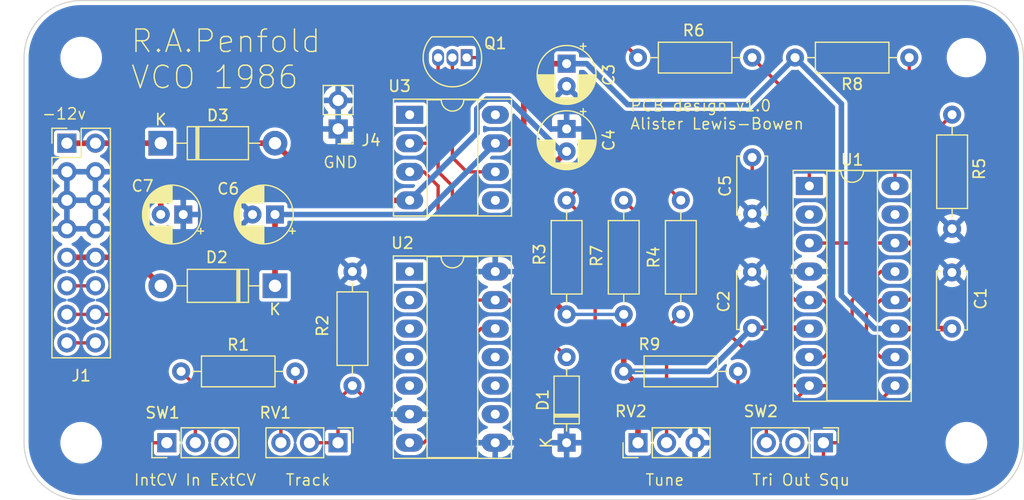
<source format=kicad_pcb>
(kicad_pcb (version 20221018) (generator pcbnew)
  (layers (0 "F.Cu" signal) (31 "B.Cu" power) (34 "B.Paste" user) (35 "F.Paste" user) (36 "B.SilkS" user "B.Silkscreen") (37 "F.SilkS" user "F.Silkscreen") (38 "B.Mask" user) (39 "F.Mask" user) (44 "Edge.Cuts" user))
  (net 0 "")
  (net 1 "+12V")
  (net 2 "GND")
  (net 3 "-12V")
  (net 4 "Net-(C5-Pad1)")
  (net 5 "Net-(D1-A)")
  (net 6 "Net-(D2-A)")
  (net 7 "Net-(D3-K)")
  (net 8 "+5V")
  (net 9 "CV Bus")
  (net 10 "Gate Bus")
  (net 11 "2")
  (net 12 "Net-(Q1-B)")
  (net 13 "Net-(SW1-B)")
  (net 14 "Net-(R1-Pad2)")
  (net 15 "Net-(U2E-B5)")
  (net 16 "Net-(U2C-E3)")
  (net 17 "Net-(R4-Pad2)")
  (net 18 "1")
  (net 19 "Net-(R6-Pad1)")
  (net 20 "Net-(SW2-C)")
  (net 21 "Net-(R8-Pad1)")
  (net 22 "Net-(SW2-A)")
  (net 23 "Net-(SW1-C)")
  (net 24 "4")
  (footprint "Resistor_THT:R_Axial_DIN0207_L6.3mm_D2.5mm_P10.16mm_Horizontal" (layer "F.Cu") (at 172.72 80.01 -90)
    (fp_text reference "R4" (at 5.08 2.413 90) (layer "F.SilkS"))
    (fp_text value "330k")
    (pad "1" thru_hole circle (at 0 0 270) (size 1.6 1.6) (drill 0.8) (layers "*.Cu" "*.Mask") (net 16 "Net-(U2C-E3)"))
    (pad "2" thru_hole oval (at 10.16 0 270) (size 1.6 1.6) (drill 0.8) (layers "*.Cu" "*.Mask") (net 17 "Net-(R4-Pad2)"))
  )
  (footprint "Package_DIP:DIP-8_W7.62mm_Socket_LongPads" (layer "F.Cu") (at 148.6 72.4)
    (fp_text reference "U3" (at -0.899 -2.55) (layer "F.SilkS"))
    (fp_text value "LM741")
    (pad "1" thru_hole rect (at 0 0) (size 2.4 1.6) (drill 0.8) (layers "*.Cu" "*.Mask"))
    (pad "2" thru_hole oval (at 0 2.54) (size 2.4 1.6) (drill 0.8) (layers "*.Cu" "*.Mask") (net 5 "Net-(D1-A)"))
    (pad "3" thru_hole oval (at 0 5.08) (size 2.4 1.6) (drill 0.8) (layers "*.Cu" "*.Mask") (net 16 "Net-(U2C-E3)"))
    (pad "4" thru_hole oval (at 0 7.62) (size 2.4 1.6) (drill 0.8) (layers "*.Cu" "*.Mask") (net 3 "-12V"))
    (pad "5" thru_hole oval (at 7.62 7.62) (size 2.4 1.6) (drill 0.8) (layers "*.Cu" "*.Mask"))
    (pad "6" thru_hole oval (at 7.62 5.08) (size 2.4 1.6) (drill 0.8) (layers "*.Cu" "*.Mask") (net 12 "Net-(Q1-B)"))
    (pad "7" thru_hole oval (at 7.62 2.54) (size 2.4 1.6) (drill 0.8) (layers "*.Cu" "*.Mask") (net 1 "+12V"))
    (pad "8" thru_hole oval (at 7.62 0) (size 2.4 1.6) (drill 0.8) (layers "*.Cu" "*.Mask"))
  )
  (footprint "Resistor_THT:R_Axial_DIN0207_L6.3mm_D2.5mm_P10.16mm_Horizontal" (layer "F.Cu") (at 193.04 67.31 180)
    (fp_text reference "R8" (at 5.08 -2.37) (layer "F.SilkS"))
    (fp_text value "15k")
    (pad "1" thru_hole circle (at 0 0 180) (size 1.6 1.6) (drill 0.8) (layers "*.Cu" "*.Mask") (net 21 "Net-(R8-Pad1)"))
    (pad "2" thru_hole oval (at 10.16 0 180) (size 1.6 1.6) (drill 0.8) (layers "*.Cu" "*.Mask") (net 1 "+12V"))
  )
  (footprint "Capacitor_THT:C_Disc_D5.0mm_W2.5mm_P5.00mm" (layer "F.Cu") (at 179.055 86.4 -90)
    (fp_text reference "C2" (at 2.627 2.525 90) (layer "F.SilkS"))
    (fp_text value "100nF")
    (pad "1" thru_hole circle (at 0 0 270) (size 1.6 1.6) (drill 0.8) (layers "*.Cu" "*.Mask") (net 2 "GND"))
    (pad "2" thru_hole circle (at 5 0 270) (size 1.6 1.6) (drill 0.8) (layers "*.Cu" "*.Mask") (net 3 "-12V"))
  )
  (footprint "Capacitor_THT:CP_Radial_D5.0mm_P2.00mm" (layer "F.Cu") (at 162.56 73.66 -90)
    (fp_text reference "C4" (at 1 -3.75 90) (layer "F.SilkS"))
    (fp_text value "22uF")
    (pad "1" thru_hole rect (at 0 0 270) (size 1.6 1.6) (drill 0.8) (layers "*.Cu" "*.Mask") (net 2 "GND"))
    (pad "2" thru_hole circle (at 2 0 270) (size 1.6 1.6) (drill 0.8) (layers "*.Cu" "*.Mask") (net 3 "-12V"))
  )
  (footprint "Resistor_THT:R_Axial_DIN0207_L6.3mm_D2.5mm_P10.16mm_Horizontal" (layer "F.Cu") (at 143.51 86.36 -90)
    (fp_text reference "R2" (at 4.826 2.667 90) (layer "F.SilkS"))
    (fp_text value "1k")
    (pad "1" thru_hole circle (at 0 0 270) (size 1.6 1.6) (drill 0.8) (layers "*.Cu" "*.Mask") (net 2 "GND"))
    (pad "2" thru_hole oval (at 10.16 0 270) (size 1.6 1.6) (drill 0.8) (layers "*.Cu" "*.Mask") (net 15 "Net-(U2E-B5)"))
  )
  (footprint "Package_DIP:DIP-14_W7.62mm_Socket_LongPads" (layer "F.Cu") (at 148.59 86.36)
    (fp_text reference "U2" (at -0.635 -2.54) (layer "F.SilkS"))
    (fp_text value "CA3046")
    (pad "1" thru_hole rect (at 0 0) (size 2.4 1.6) (drill 0.8) (layers "*.Cu" "*.Mask"))
    (pad "2" thru_hole oval (at 0 2.54) (size 2.4 1.6) (drill 0.8) (layers "*.Cu" "*.Mask"))
    (pad "3" thru_hole oval (at 0 5.08) (size 2.4 1.6) (drill 0.8) (layers "*.Cu" "*.Mask"))
    (pad "4" thru_hole oval (at 0 7.62) (size 2.4 1.6) (drill 0.8) (layers "*.Cu" "*.Mask"))
    (pad "5" thru_hole oval (at 0 10.16) (size 2.4 1.6) (drill 0.8) (layers "*.Cu" "*.Mask"))
    (pad "6" thru_hole oval (at 0 12.7) (size 2.4 1.6) (drill 0.8) (layers "*.Cu" "*.Mask") (net 2 "GND"))
    (pad "7" thru_hole oval (at 0 15.24) (size 2.4 1.6) (drill 0.8) (layers "*.Cu" "*.Mask") (net 16 "Net-(U2C-E3)"))
    (pad "8" thru_hole oval (at 7.62 15.24) (size 2.4 1.6) (drill 0.8) (layers "*.Cu" "*.Mask") (net 2 "GND"))
    (pad "9" thru_hole oval (at 7.62 12.7) (size 2.4 1.6) (drill 0.8) (layers "*.Cu" "*.Mask"))
    (pad "10" thru_hole oval (at 7.62 10.16) (size 2.4 1.6) (drill 0.8) (layers "*.Cu" "*.Mask"))
    (pad "11" thru_hole oval (at 7.62 7.62) (size 2.4 1.6) (drill 0.8) (layers "*.Cu" "*.Mask"))
    (pad "12" thru_hole oval (at 7.62 5.08) (size 2.4 1.6) (drill 0.8) (layers "*.Cu" "*.Mask") (net 15 "Net-(U2E-B5)"))
    (pad "13" thru_hole oval (at 7.62 2.54) (size 2.4 1.6) (drill 0.8) (layers "*.Cu" "*.Mask") (net 5 "Net-(D1-A)"))
    (pad "14" thru_hole oval (at 7.62 0) (size 2.4 1.6) (drill 0.8) (layers "*.Cu" "*.Mask") (net 2 "GND"))
  )
  (footprint "Connector_PinHeader_2.54mm:PinHeader_1x02_P2.54mm_Vertical" (layer "F.Cu") (at 142.24 73.66 180)
    (fp_text reference "J4" (at -2.921 -1.016) (layer "F.SilkS"))
    (fp_text value "GND")
    (pad "1" thru_hole rect (at 0 0 180) (size 1.7 1.7) (drill 1) (layers "*.Cu" "*.Mask") (net 2 "GND"))
    (pad "2" thru_hole oval (at 0 2.54 180) (size 1.7 1.7) (drill 1) (layers "*.Cu" "*.Mask") (net 2 "GND"))
  )
  (footprint "Connector_PinHeader_2.54mm:PinHeader_1x03_P2.54mm_Vertical" (layer "F.Cu") (at 127 101.6 90)
    (fp_text reference "SW1" (at 2.667 -0.381 180) (layer "F.SilkS"))
    (fp_text value "SW_SPDT")
    (pad "1" thru_hole rect (at 0 0 90) (size 1.7 1.7) (drill 1) (layers "*.Cu" "*.Mask") (net 9 "CV Bus"))
    (pad "2" thru_hole oval (at 0 2.54 90) (size 1.7 1.7) (drill 1) (layers "*.Cu" "*.Mask") (net 13 "Net-(SW1-B)"))
    (pad "3" thru_hole oval (at 0 5.08 90) (size 1.7 1.7) (drill 1) (layers "*.Cu" "*.Mask") (net 23 "Net-(SW1-C)"))
  )
  (footprint "Connector_PinHeader_2.54mm:PinHeader_1x03_P2.54mm_Vertical" (layer "F.Cu") (at 142.225 101.6 -90)
    (fp_text reference "RV1" (at -2.667 5.573 -180) (layer "F.SilkS"))
    (fp_text value "22k")
    (pad "1" thru_hole rect (at 0 0 270) (size 1.7 1.7) (drill 1) (layers "*.Cu" "*.Mask") (net 15 "Net-(U2E-B5)"))
    (pad "2" thru_hole oval (at 0 2.54 270) (size 1.7 1.7) (drill 1) (layers "*.Cu" "*.Mask") (net 15 "Net-(U2E-B5)"))
    (pad "3" thru_hole oval (at 0 5.08 270) (size 1.7 1.7) (drill 1) (layers "*.Cu" "*.Mask") (net 14 "Net-(R1-Pad2)"))
  )
  (footprint "MountingHole:MountingHole_3.2mm_M3" (layer "F.Cu") (at 119.38 101.6)
    (fp_text reference "H1" hide)
    (fp_text value "MountingHole")
    (pad "" np_thru_hole circle (at 0 0) (size 3.2 3.2) (drill 3.2) (layers "*.Cu" "*.Mask"))
  )
  (footprint "Connector_PinHeader_2.54mm:PinHeader_1x03_P2.54mm_Vertical" (layer "F.Cu") (at 168.91 101.6 90)
    (fp_text reference "RV2" (at 2.794 -0.635 180) (layer "F.SilkS"))
    (fp_text value "47k")
    (pad "1" thru_hole rect (at 0 0 90) (size 1.7 1.7) (drill 1) (layers "*.Cu" "*.Mask") (net 3 "-12V"))
    (pad "2" thru_hole oval (at 0 2.54 90) (size 1.7 1.7) (drill 1) (layers "*.Cu" "*.Mask") (net 17 "Net-(R4-Pad2)"))
    (pad "3" thru_hole oval (at 0 5.08 90) (size 1.7 1.7) (drill 1) (layers "*.Cu" "*.Mask") (net 2 "GND"))
  )
  (footprint "Package_DIP:DIP-16_W7.62mm_Socket_LongPads" (layer "F.Cu") (at 184.15 78.74)
    (fp_text reference "U1" (at 3.81 -2.33) (layer "F.SilkS"))
    (fp_text value "LM13600")
    (pad "1" thru_hole rect (at 0 0) (size 2.4 1.6) (drill 0.8) (layers "*.Cu" "*.Mask") (net 19 "Net-(R6-Pad1)"))
    (pad "2" thru_hole oval (at 0 2.54) (size 2.4 1.6) (drill 0.8) (layers "*.Cu" "*.Mask"))
    (pad "3" thru_hole oval (at 0 5.08) (size 2.4 1.6) (drill 0.8) (layers "*.Cu" "*.Mask") (net 18 "1"))
    (pad "4" thru_hole oval (at 0 7.62) (size 2.4 1.6) (drill 0.8) (layers "*.Cu" "*.Mask") (net 2 "GND"))
    (pad "5" thru_hole oval (at 0 10.16) (size 2.4 1.6) (drill 0.8) (layers "*.Cu" "*.Mask") (net 4 "Net-(C5-Pad1)"))
    (pad "6" thru_hole oval (at 0 12.7) (size 2.4 1.6) (drill 0.8) (layers "*.Cu" "*.Mask") (net 3 "-12V"))
    (pad "7" thru_hole oval (at 0 15.24) (size 2.4 1.6) (drill 0.8) (layers "*.Cu" "*.Mask") (net 4 "Net-(C5-Pad1)"))
    (pad "8" thru_hole oval (at 0 17.78) (size 2.4 1.6) (drill 0.8) (layers "*.Cu" "*.Mask") (net 20 "Net-(SW2-C)"))
    (pad "9" thru_hole oval (at 7.62 17.78) (size 2.4 1.6) (drill 0.8) (layers "*.Cu" "*.Mask") (net 22 "Net-(SW2-A)"))
    (pad "10" thru_hole oval (at 7.62 15.24) (size 2.4 1.6) (drill 0.8) (layers "*.Cu" "*.Mask") (net 18 "1"))
    (pad "11" thru_hole oval (at 7.62 12.7) (size 2.4 1.6) (drill 0.8) (layers "*.Cu" "*.Mask") (net 1 "+12V"))
    (pad "12" thru_hole oval (at 7.62 10.16) (size 2.4 1.6) (drill 0.8) (layers "*.Cu" "*.Mask") (net 18 "1"))
    (pad "13" thru_hole oval (at 7.62 7.62) (size 2.4 1.6) (drill 0.8) (layers "*.Cu" "*.Mask") (net 20 "Net-(SW2-C)"))
    (pad "14" thru_hole oval (at 7.62 5.08) (size 2.4 1.6) (drill 0.8) (layers "*.Cu" "*.Mask") (net 18 "1"))
    (pad "15" thru_hole oval (at 7.62 2.54) (size 2.4 1.6) (drill 0.8) (layers "*.Cu" "*.Mask"))
    (pad "16" thru_hole oval (at 7.62 0) (size 2.4 1.6) (drill 0.8) (layers "*.Cu" "*.Mask") (net 21 "Net-(R8-Pad1)"))
  )
  (footprint "Package_TO_SOT_THT:TO-92_Inline" (layer "F.Cu") (at 153.67 67.31 180)
    (fp_text reference "Q1" (at -2.54 1.27) (layer "F.SilkS"))
    (fp_text value "BC559")
    (pad "1" thru_hole rect (at 0 0 180) (size 1.05 1.5) (drill 0.75) (layers "*.Cu" "*.Mask") (net 11 "2"))
    (pad "2" thru_hole oval (at 1.27 0 180) (size 1.05 1.5) (drill 0.75) (layers "*.Cu" "*.Mask") (net 12 "Net-(Q1-B)"))
    (pad "3" thru_hole oval (at 2.54 0 180) (size 1.05 1.5) (drill 0.75) (layers "*.Cu" "*.Mask") (net 5 "Net-(D1-A)"))
  )
  (footprint "Resistor_THT:R_Axial_DIN0207_L6.3mm_D2.5mm_P10.16mm_Horizontal" (layer "F.Cu") (at 196.85 82.55 90)
    (fp_text reference "R5" (at 5.334 2.413 90) (layer "F.SilkS"))
    (fp_text value "1k")
    (pad "1" thru_hole circle (at 0 0 90) (size 1.6 1.6) (drill 0.8) (layers "*.Cu" "*.Mask") (net 2 "GND"))
    (pad "2" thru_hole oval (at 10.16 0 90) (size 1.6 1.6) (drill 0.8) (layers "*.Cu" "*.Mask") (net 18 "1"))
  )
  (footprint "MountingHole:MountingHole_3mm" (layer "F.Cu") (at 198.12 67.31)
    (fp_text reference "H3" hide)
    (fp_text value "MountingHole")
    (pad "" np_thru_hole circle (at 0 0) (size 3 3) (drill 3) (layers "*.Cu" "*.Mask"))
  )
  (footprint "Resistor_THT:R_Axial_DIN0207_L6.3mm_D2.5mm_P10.16mm_Horizontal" (layer "F.Cu") (at 167.64 80.01 -90)
    (fp_text reference "R7" (at 4.953 2.413 90) (layer "F.SilkS"))
    (fp_text value "4.7k")
    (pad "1" thru_hole circle (at 0 0 270) (size 1.6 1.6) (drill 0.8) (layers "*.Cu" "*.Mask") (net 20 "Net-(SW2-C)"))
    (pad "2" thru_hole oval (at 10.16 0 270) (size 1.6 1.6) (drill 0.8) (layers "*.Cu" "*.Mask") (net 3 "-12V"))
  )
  (footprint "Resistor_THT:R_Axial_DIN0207_L6.3mm_D2.5mm_P10.16mm_Horizontal" (layer "F.Cu") (at 128.27 95.25)
    (fp_text reference "R1" (at 5.08 -2.37) (layer "F.SilkS"))
    (fp_text value "47k")
    (pad "1" thru_hole circle (at 0 0) (size 1.6 1.6) (drill 0.8) (layers "*.Cu" "*.Mask") (net 13 "Net-(SW1-B)"))
    (pad "2" thru_hole oval (at 10.16 0) (size 1.6 1.6) (drill 0.8) (layers "*.Cu" "*.Mask") (net 14 "Net-(R1-Pad2)"))
  )
  (footprint "Diode_THT:D_DO-35_SOD27_P7.62mm_Horizontal" (layer "F.Cu") (at 162.56 101.6 90)
    (fp_text reference "D1" (at 3.81 -2.12 90) (layer "F.SilkS"))
    (fp_text value "1N4148")
    (fp_text user "K" (at 0 -1.8 90) (layer "F.SilkS"))
    (pad "1" thru_hole rect (at 0 0 90) (size 1.6 1.6) (drill 0.8) (layers "*.Cu" "*.Mask") (net 2 "GND"))
    (pad "2" thru_hole oval (at 7.62 0 90) (size 1.6 1.6) (drill 0.8) (layers "*.Cu" "*.Mask") (net 5 "Net-(D1-A)"))
  )
  (footprint "MountingHole:MountingHole_3.2mm_M3" (layer "F.Cu") (at 198.12 101.6)
    (fp_text reference "H2" hide)
    (fp_text value "MountingHole")
    (pad "" np_thru_hole circle (at 0 0) (size 3.2 3.2) (drill 3.2) (layers "*.Cu" "*.Mask"))
  )
  (footprint "Capacitor_THT:CP_Radial_D5.0mm_P2.00mm" (layer "F.Cu") (at 128.46 81.28 180)
    (fp_text reference "C7" (at 3.619 2.54) (layer "F.SilkS"))
    (fp_text value "10uF")
    (pad "1" thru_hole rect (at 0 0 180) (size 1.6 1.6) (drill 0.8) (layers "*.Cu" "*.Mask") (net 2 "GND"))
    (pad "2" thru_hole circle (at 2 0 180) (size 1.6 1.6) (drill 0.8) (layers "*.Cu" "*.Mask") (net 3 "-12V"))
  )
  (footprint "Connector_PinHeader_2.54mm:PinHeader_1x03_P2.54mm_Vertical" (layer "F.Cu") (at 185.405 101.6 -90)
    (fp_text reference "SW2" (at -2.794 5.573 -180) (layer "F.SilkS"))
    (fp_text value "SW_SPDT")
    (pad "1" thru_hole rect (at 0 0 270) (size 1.7 1.7) (drill 1) (layers "*.Cu" "*.Mask") (net 22 "Net-(SW2-A)"))
    (pad "2" thru_hole oval (at 0 2.54 270) (size 1.7 1.7) (drill 1) (layers "*.Cu" "*.Mask") (net 24 "4"))
    (pad "3" thru_hole oval (at 0 5.08 270) (size 1.7 1.7) (drill 1) (layers "*.Cu" "*.Mask") (net 20 "Net-(SW2-C)"))
  )
  (footprint "Capacitor_THT:CP_Radial_D5.0mm_P2.00mm" (layer "F.Cu") (at 162.56 67.85 -90)
    (fp_text reference "C3" (at 1 -3.75 90) (layer "F.SilkS"))
    (fp_text value "22uF")
    (pad "1" thru_hole rect (at 0 0 270) (size 1.6 1.6) (drill 0.8) (layers "*.Cu" "*.Mask") (net 1 "+12V"))
    (pad "2" thru_hole circle (at 2 0 270) (size 1.6 1.6) (drill 0.8) (layers "*.Cu" "*.Mask") (net 2 "GND"))
  )
  (footprint "Capacitor_THT:CP_Radial_D5.0mm_P2.00mm" (layer "F.Cu") (at 136.62 81.28 180)
    (fp_text reference "C6" (at 4.159 2.286) (layer "F.SilkS"))
    (fp_text value "10uF")
    (pad "1" thru_hole rect (at 0 0 180) (size 1.6 1.6) (drill 0.8) (layers "*.Cu" "*.Mask") (net 1 "+12V"))
    (pad "2" thru_hole circle (at 2 0 180) (size 1.6 1.6) (drill 0.8) (layers "*.Cu" "*.Mask") (net 2 "GND"))
  )
  (footprint "Diode_THT:D_DO-41_SOD81_P10.16mm_Horizontal" (layer "F.Cu") (at 136.62 87.63 180)
    (fp_text reference "D2" (at 5.175 2.54) (layer "F.SilkS"))
    (fp_text value "1N4007")
    (fp_text user "K" (at 0 -2.1) (layer "F.SilkS"))
    (pad "1" thru_hole rect (at 0 0 180) (size 2.2 2.2) (drill 1.1) (layers "*.Cu" "*.Mask") (net 1 "+12V"))
    (pad "2" thru_hole oval (at 10.16 0 180) (size 2.2 2.2) (drill 1.1) (layers "*.Cu" "*.Mask") (net 6 "Net-(D2-A)"))
  )
  (footprint "Resistor_THT:R_Axial_DIN0207_L6.3mm_D2.5mm_P10.16mm_Horizontal" (layer "F.Cu") (at 162.56 80.01 -90)
    (fp_text reference "R3" (at 4.826 2.413 90) (layer "F.SilkS"))
    (fp_text value "10M")
    (pad "1" thru_hole circle (at 0 0 270) (size 1.6 1.6) (drill 0.8) (layers "*.Cu" "*.Mask") (net 16 "Net-(U2C-E3)"))
    (pad "2" thru_hole oval (at 10.16 0 270) (size 1.6 1.6) (drill 0.8) (layers "*.Cu" "*.Mask") (net 3 "-12V"))
  )
  (footprint "Connector_PinHeader_2.54mm:PinHeader_2x08_P2.54mm_Vertical" (layer "F.Cu") (at 118.11 74.93)
    (fp_text reference "J1" (at 1.27 20.701) (layer "F.SilkS"))
    (fp_text value "Eurorack style bus")
    (pad "1" thru_hole rect (at 0 0) (size 1.7 1.7) (drill 1) (layers "*.Cu" "*.Mask") (net 7 "Net-(D3-K)"))
    (pad "2" thru_hole oval (at 2.54 0) (size 1.7 1.7) (drill 1) (layers "*.Cu" "*.Mask") (net 7 "Net-(D3-K)"))
    (pad "3" thru_hole oval (at 0 2.54) (size 1.7 1.7) (drill 1) (layers "*.Cu" "*.Mask") (net 2 "GND"))
    (pad "4" thru_hole oval (at 2.54 2.54) (size 1.7 1.7) (drill 1) (layers "*.Cu" "*.Mask") (net 2 "GND"))
    (pad "5" thru_hole oval (at 0 5.08) (size 1.7 1.7) (drill 1) (layers "*.Cu" "*.Mask") (net 2 "GND"))
    (pad "6" thru_hole oval (at 2.54 5.08) (size 1.7 1.7) (drill 1) (layers "*.Cu" "*.Mask") (net 2 "GND"))
    (pad "7" thru_hole oval (at 0 7.62) (size 1.7 1.7) (drill 1) (layers "*.Cu" "*.Mask") (net 2 "GND"))
    (pad "8" thru_hole oval (at 2.54 7.62) (size 1.7 1.7) (drill 1) (layers "*.Cu" "*.Mask") (net 2 "GND"))
    (pad "9" thru_hole oval (at 0 10.16) (size 1.7 1.7) (drill 1) (layers "*.Cu" "*.Mask") (net 6 "Net-(D2-A)"))
    (pad "10" thru_hole oval (at 2.54 10.16) (size 1.7 1.7) (drill 1) (layers "*.Cu" "*.Mask") (net 6 "Net-(D2-A)"))
    (pad "11" thru_hole oval (at 0 12.7) (size 1.7 1.7) (drill 1) (layers "*.Cu" "*.Mask") (net 8 "+5V"))
    (pad "12" thru_hole oval (at 2.54 12.7) (size 1.7 1.7) (drill 1) (layers "*.Cu" "*.Mask") (net 8 "+5V"))
    (pad "13" thru_hole oval (at 0 15.24) (size 1.7 1.7) (drill 1) (layers "*.Cu" "*.Mask") (net 9 "CV Bus"))
    (pad "14" thru_hole oval (at 2.54 15.24) (size 1.7 1.7) (drill 1) (layers "*.Cu" "*.Mask") (net 9 "CV Bus"))
    (pad "15" thru_hole oval (at 0 17.78) (size 1.7 1.7) (drill 1) (layers "*.Cu" "*.Mask") (net 10 "Gate Bus"))
    (pad "16" thru_hole oval (at 2.54 17.78) (size 1.7 1.7) (drill 1) (layers "*.Cu" "*.Mask") (net 10 "Gate Bus"))
  )
  (footprint "Diode_THT:D_DO-41_SOD81_P10.16mm_Horizontal" (layer "F.Cu") (at 126.46 74.93)
    (fp_text reference "D3" (at 5.08 -2.47) (layer "F.SilkS"))
    (fp_text value "1N4007")
    (fp_text user "K" (at 0 -2.1) (layer "F.SilkS"))
    (pad "1" thru_hole rect (at 0 0) (size 2.2 2.2) (drill 1.1) (layers "*.Cu" "*.Mask") (net 7 "Net-(D3-K)"))
    (pad "2" thru_hole oval (at 10.16 0) (size 2.2 2.2) (drill 1.1) (layers "*.Cu" "*.Mask") (net 3 "-12V"))
  )
  (footprint "Capacitor_THT:C_Disc_D5.0mm_W2.5mm_P5.00mm" (layer "F.Cu") (at 179.07 76.2 -90)
    (fp_text reference "C5" (at 2.54 2.413 90) (layer "F.SilkS"))
    (fp_text value "22nF")
    (pad "1" thru_hole circle (at 0 0 270) (size 1.6 1.6) (drill 0.8) (layers "*.Cu" "*.Mask") (net 4 "Net-(C5-Pad1)"))
    (pad "2" thru_hole circle (at 5 0 270) (size 1.6 1.6) (drill 0.8) (layers "*.Cu" "*.Mask") (net 2 "GND"))
  )
  (footprint "MountingHole:MountingHole_3.2mm_M3" (layer "F.Cu") (at 119.38 67.31)
    (fp_text reference "H4" hide)
    (fp_text value "MountingHole")
    (pad "" np_thru_hole circle (at 0 0) (size 3.2 3.2) (drill 3.2) (layers "*.Cu" "*.Mask"))
  )
  (footprint "Resistor_THT:R_Axial_DIN0207_L6.3mm_D2.5mm_P10.16mm_Horizontal" (layer "F.Cu") (at 179.07 67.31 180)
    (fp_text reference "R6" (at 5.207 2.413) (layer "F.SilkS"))
    (fp_text value "10k")
    (pad "1" thru_hole circle (at 0 0 180) (size 1.6 1.6) (drill 0.8) (layers "*.Cu" "*.Mask") (net 19 "Net-(R6-Pad1)"))
    (pad "2" thru_hole oval (at 10.16 0 180) (size 1.6 1.6) (drill 0.8) (layers "*.Cu" "*.Mask") (net 11 "2"))
  )
  (footprint "Resistor_THT:R_Axial_DIN0207_L6.3mm_D2.5mm_P10.16mm_Horizontal" (layer "F.Cu") (at 177.8 95.25 180)
    (fp_text reference "R9" (at 7.874 2.413) (layer "F.SilkS"))
    (fp_text value "4.7k")
    (pad "1" thru_hole circle (at 0 0 180) (size 1.6 1.6) (drill 0.8) (layers "*.Cu" "*.Mask") (net 22 "Net-(SW2-A)"))
    (pad "2" thru_hole oval (at 10.16 0 180) (size 1.6 1.6) (drill 0.8) (layers "*.Cu" "*.Mask") (net 3 "-12V"))
  )
  (footprint "Capacitor_THT:C_Disc_D5.0mm_W2.5mm_P5.00mm" (layer "F.Cu") (at 196.835 91.44 90)
    (fp_text reference "C1" (at 2.667 2.555 90) (layer "F.SilkS"))
    (fp_text value "100nF")
    (pad "1" thru_hole circle (at 0 0 90) (size 1.6 1.6) (drill 0.8) (layers "*.Cu" "*.Mask") (net 1 "+12V"))
    (pad "2" thru_hole circle (at 5 0 90) (size 1.6 1.6) (drill 0.8) (layers "*.Cu" "*.Mask") (net 2 "GND"))
  )
  (gr_line (start 119.38 62.23) (end 198.12 62.23) (stroke (width 0.1)) (layer "Edge.Cuts"))
  (gr_arc (start 198.12 62.23) (mid 201.712102 63.717898) (end 203.2 67.31) (stroke (width 0.1)) (layer "Edge.Cuts"))
  (gr_line (start 198.12 106.68) (end 119.38 106.68) (stroke (width 0.1)) (layer "Edge.Cuts"))
  (gr_arc (start 114.3 67.31) (mid 115.787898 63.717898) (end 119.38 62.23) (stroke (width 0.1)) (layer "Edge.Cuts"))
  (gr_arc (start 203.2 101.6) (mid 201.712102 105.192102) (end 198.12 106.68) (stroke (width 0.1)) (layer "Edge.Cuts"))
  (gr_arc (start 119.38 106.68) (mid 115.787898 105.192102) (end 114.3 101.6) (stroke (width 0.1)) (layer "Edge.Cuts"))
  (gr_line (start 203.2 67.31) (end 203.2 101.6) (stroke (width 0.1)) (layer "Edge.Cuts"))
  (gr_line (start 114.3 101.6) (end 114.3 67.31) (stroke (width 0.1)) (layer "Edge.Cuts"))
  (gr_text "R.A.Penfold\nVCO 1986" (at 123.698 70.231) (layer "F.SilkS") (effects (font (size 2 2) (thickness 0.125)) (justify left bottom)))
  (gr_text "IntCV In ExtCV" (at 124 105.5) (layer "F.SilkS") (effects (font (size 1 1) (thickness 0.125)) (justify left bottom)))
  (gr_text "-12v" (at 115.824 72.898) (layer "F.SilkS") (effects (font (size 1 1) (thickness 0.125)) (justify left bottom)))
  (gr_text "PCB design v1.0\nAlister Lewis-Bowen" (at 168.148 73.787) (layer "F.SilkS") (effects (font (size 1 1) (thickness 0.125)) (justify left bottom)))
  (gr_text "GND" (at 140.843 77.216) (layer "F.SilkS") (effects (font (size 1 1) (thickness 0.125)) (justify left bottom)))
  (gr_text "Track" (at 137.5 105.5) (layer "F.SilkS") (effects (font (size 1 1) (thickness 0.125)) (justify left bottom)))
  (gr_text "Tune" (at 169.5 105.5) (layer "F.SilkS") (effects (font (size 1 1) (thickness 0.125)) (justify left bottom)))
  (gr_text "Tri Out Squ" (at 179 105.5) (layer "F.SilkS") (effects (font (size 1 1) (thickness 0.125)) (justify left bottom)))
  (segment (start 196.835 91.44) (end 191.77 91.44) (width 0.5) (layer "F.Cu") (net 1))
  (segment (start 136.62 87.63) (end 136.62 81.28) (width 0.5) (layer "F.Cu") (net 1))
  (segment (start 160.75 67.85) (end 158.75 69.85) (width 0.5) (layer "F.Cu") (net 1))
  (segment (start 158.75 73.66) (end 157.47 74.94) (width 0.5) (layer "F.Cu") (net 1))
  (segment (start 158.75 69.85) (end 158.75 73.66) (width 0.5) (layer "F.Cu") (net 1))
  (segment (start 162.56 67.85) (end 160.75 67.85) (width 0.5) (layer "F.Cu") (net 1))
  (segment (start 157.47 74.94) (end 156.22 74.94) (width 0.5) (layer "F.Cu") (net 1))
  (segment (start 162.56 67.85) (end 164.35 67.85) (width 0.5) (layer "B.Cu") (net 1))
  (segment (start 187 71.43) (end 182.88 67.31) (width 0.5) (layer "B.Cu") (net 1))
  (segment (start 191.77 91.44) (end 189.94 91.44) (width 0.5) (layer "B.Cu") (net 1))
  (segment (start 178.69 71.5) (end 182.88 67.31) (width 0.5) (layer "B.Cu") (net 1))
  (segment (start 187 88.5) (end 187 71.43) (width 0.5) (layer "B.Cu") (net 1))
  (segment (start 168 71.5) (end 178.69 71.5) (width 0.5) (layer "B.Cu") (net 1))
  (segment (start 164.35 67.85) (end 168 71.5) (width 0.5) (layer "B.Cu") (net 1))
  (segment (start 149.88 81.28) (end 136.62 81.28) (width 0.5) (layer "B.Cu") (net 1))
  (segment (start 156.22 74.94) (end 149.88 81.28) (width 0.5) (layer "B.Cu") (net 1))
  (segment (start 189.94 91.44) (end 187 88.5) (width 0.5) (layer "B.Cu") (net 1))
  (segment (start 196.835 82.565) (end 196.85 82.55) (width 0.5) (layer "F.Cu") (net 2))
  (segment (start 184.11 86.4) (end 184.15 86.36) (width 0.5) (layer "F.Cu") (net 2))
  (segment (start 136.62 74.93) (end 141.71 80.02) (width 0.5) (layer "F.Cu") (net 3))
  (segment (start 162.56 75.66) (end 160.02 78.2) (width 0.5) (layer "F.Cu") (net 3))
  (segment (start 160.02 78.2) (end 160.02 87.63) (width 0.5) (layer "F.Cu") (net 3))
  (segment (start 131.67863 74.93) (end 126.46 80.14863) (width 0.5) (layer "F.Cu") (net 3))
  (segment (start 179.055 91.4) (end 184.11 91.4) (width 0.5) (layer "F.Cu") (net 3))
  (segment (start 126.46 80.14863) (end 126.46 81.28) (width 0.5) (layer "F.Cu") (net 3))
  (segment (start 141.71 80.02) (end 148.6 80.02) (width 0.5) (layer "F.Cu") (net 3))
  (segment (start 168.91 96.52) (end 167.64 95.25) (width 0.5) (layer "F.Cu") (net 3))
  (segment (start 184.11 91.4) (end 184.15 91.44) (width 0.5) (layer "F.Cu") (net 3))
  (segment (start 160.02 87.63) (end 162.56 90.17) (width 0.5) (layer "F.Cu") (net 3))
  (segment (start 168.91 101.6) (end 168.91 96.52) (width 0.5) (layer "F.Cu") (net 3))
  (segment (start 167.64 95.25) (end 167.64 90.17) (width 0.5) (layer "F.Cu") (net 3))
  (segment (start 136.62 74.93) (end 131.67863 74.93) (width 0.5) (layer "F.Cu") (net 3))
  (segment (start 179.055 91.4) (end 175.205 95.25) (width 0.5) (layer "B.Cu") (net 3))
  (segment (start 162.06 75.66) (end 162.56 75.66) (width 0.5) (layer "B.Cu") (net 3))
  (segment (start 175.205 95.25) (end 167.64 95.25) (width 0.5) (layer "B.Cu") (net 3))
  (segment (start 155.452233 71) (end 157.4 71) (width 0.5) (layer "B.Cu") (net 3))
  (segment (start 154.57 74.05) (end 154.57 71.882233) (width 0.5) (layer "B.Cu") (net 3))
  (segment (start 148.6 80.02) (end 154.57 74.05) (width 0.5) (layer "B.Cu") (net 3))
  (segment (start 157.4 71) (end 162.06 75.66) (width 0.5) (layer "B.Cu") (net 3))
  (segment (start 162.56 90.17) (end 167.64 90.17) (width 0.3) (layer "B.Cu") (net 3))
  (segment (start 154.57 71.882233) (end 155.452233 71) (width 0.5) (layer "B.Cu") (net 3))
  (segment (start 185.42 88.9) (end 184.15 88.9) (width 0.3) (layer "F.Cu") (net 4))
  (segment (start 186.69 92.71) (end 186.69 90.17) (width 0.3) (layer "F.Cu") (net 4))
  (segment (start 179.07 77.47) (end 179.07 76.2) (width 0.3) (layer "F.Cu") (net 4))
  (segment (start 184.15 93.98) (end 185.42 93.98) (width 0.3) (layer "F.Cu") (net 4))
  (segment (start 186.69 90.17) (end 185.42 88.9) (width 0.3) (layer "F.Cu") (net 4))
  (segment (start 185.42 93.98) (end 186.69 92.71) (width 0.3) (layer "F.Cu") (net 4))
  (segment (start 182.88 88.9) (end 181.61 87.63) (width 0.3) (layer "F.Cu") (net 4))
  (segment (start 181.61 87.63) (end 181.61 80.01) (width 0.3) (layer "F.Cu") (net 4))
  (segment (start 181.61 80.01) (end 179.07 77.47) (width 0.3) (layer "F.Cu") (net 4))
  (segment (start 184.15 88.9) (end 182.88 88.9) (width 0.3) (layer "F.Cu") (net 4))
  (segment (start 157.48 88.9) (end 162.56 93.98) (width 0.3) (layer "F.Cu") (net 5))
  (segment (start 151.13 67.31) (end 151.13 74.94) (width 0.3) (layer "F.Cu") (net 5))
  (segment (start 152.4 78.74) (end 151.13 77.47) (width 0.3) (layer "F.Cu") (net 5))
  (segment (start 156.21 88.9) (end 157.48 88.9) (width 0.3) (layer "F.Cu") (net 5))
  (segment (start 151.13 74.94) (end 148.6 74.94) (width 0.3) (layer "F.Cu") (net 5))
  (segment (start 148.6 74.94) (end 149 74.94) (width 0.5) (layer "F.Cu") (net 5))
  (segment (start 151.13 77.47) (end 151.13 74.94) (width 0.3) (layer "F.Cu") (net 5))
  (segment (start 156.21 88.9) (end 153.67 88.9) (width 0.3) (layer "F.Cu") (net 5))
  (segment (start 153.67 88.9) (end 152.4 87.63) (width 0.3) (layer "F.Cu") (net 5))
  (segment (start 152.4 87.63) (end 152.4 78.74) (width 0.3) (layer "F.Cu") (net 5))
  (segment (start 118.11 85.09) (end 120.65 85.09) (width 0.5) (layer "F.Cu") (net 6))
  (segment (start 123.92 85.09) (end 126.46 87.63) (width 0.5) (layer "F.Cu") (net 6))
  (segment (start 120.65 85.09) (end 123.92 85.09) (width 0.5) (layer "F.Cu") (net 6))
  (segment (start 118.11 74.93) (end 120.65 74.93) (width 0.5) (layer "F.Cu") (net 7))
  (segment (start 120.65 74.93) (end 126.46 74.93) (width 0.5) (layer "F.Cu") (net 7))
  (segment (start 118.11 87.63) (end 120.65 87.63) (width 0.3) (layer "F.Cu") (net 8))
  (segment (start 125.73 101.6) (end 127 101.6) (width 0.3) (layer "F.Cu") (net 9))
  (segment (start 118.11 90.17) (end 120.65 90.17) (width 0.3) (layer "F.Cu") (net 9))
  (segment (start 123.19 99.06) (end 125.73 101.6) (width 0.3) (layer "F.Cu") (net 9))
  (segment (start 123.19 90.17) (end 123.19 99.06) (width 0.3) (layer "F.Cu") (net 9))
  (segment (start 120.65 90.17) (end 123.19 90.17) (width 0.3) (layer "F.Cu") (net 9))
  (segment (start 118.11 92.71) (end 120.65 92.71) (width 0.3) (layer "F.Cu") (net 10))
  (segment (start 160.02 64.77) (end 166.37 64.77) (width 0.3) (layer "F.Cu") (net 11))
  (segment (start 153.67 67.31) (end 157.48 67.31) (width 0.3) (layer "F.Cu") (net 11))
  (segment (start 157.48 67.31) (end 160.02 64.77) (width 0.3) (layer "F.Cu") (net 11))
  (segment (start 166.37 64.77) (end 168.91 67.31) (width 0.3) (layer "F.Cu") (net 11))
  (segment (start 156.22 77.48) (end 153.68 77.48) (width 0.3) (layer "F.Cu") (net 12))
  (segment (start 152.4 76.2) (end 152.4 67.31) (width 0.3) (layer "F.Cu") (net 12))
  (segment (start 153.68 77.48) (end 152.4 76.2) (width 0.3) (layer "F.Cu") (net 12))
  (segment (start 129.54 96.52) (end 128.27 95.25) (width 0.3) (layer "F.Cu") (net 13))
  (segment (start 129.54 101.6) (end 129.54 96.52) (width 0.3) (layer "F.Cu") (net 13))
  (segment (start 138.43 96.52) (end 137.145 97.805) (width 0.3) (layer "F.Cu") (net 14))
  (segment (start 137.145 97.805) (end 137.145 101.6) (width 0.3) (layer "F.Cu") (net 14))
  (segment (start 138.43 95.25) (end 138.43 96.52) (width 0.3) (layer "F.Cu") (net 14))
  (segment (start 139.685 101.6) (end 142.225 101.6) (width 0.3) (layer "F.Cu") (net 15))
  (segment (start 153.67 92.71) (end 153.67 104.14) (width 0.3) (layer "F.Cu") (net 15))
  (segment (start 144.78 104.14) (end 144.78 97.79) (width 0.3) (layer "F.Cu") (net 15))
  (segment (start 142.225 97.805) (end 143.51 96.52) (width 0.3) (layer "F.Cu") (net 15))
  (segment (start 142.225 101.6) (end 142.225 97.805) (width 0.3) (layer "F.Cu") (net 15))
  (segment (start 144.78 97.79) (end 143.51 96.52) (width 0.3) (layer "F.Cu") (net 15))
  (segment (start 156.21 91.44) (end 154.94 91.44) (width 0.3) (layer "F.Cu") (net 15))
  (segment (start 154.94 91.44) (end 153.67 92.71) (width 0.3) (layer "F.Cu") (net 15))
  (segment (start 153.67 104.14) (end 144.78 104.14) (width 0.3) (layer "F.Cu") (net 15))
  (segment (start 151.13 78.74) (end 149.87 77.48) (width 0.3) (layer "F.Cu") (net 16))
  (segment (start 157.48 90.17) (end 151.13 90.17) (width 0.3) (layer "F.Cu") (net 16))
  (segment (start 158.25 93.48) (end 158.25 90.94) (width 0.3) (layer "F.Cu") (net 16))
  (segment (start 158.25 90.94) (end 157.48 90.17) (width 0.3) (layer "F.Cu") (net 16))
  (segment (start 151.13 100.33) (end 151.13 78.74) (width 0.3) (layer "F.Cu") (net 16))
  (segment (start 165.1 82.55) (end 165.1 95.25) (width 0.3) (layer "F.Cu") (net 16))
  (segment (start 165.1 95.25) (end 163.83 96.52) (width 0.3) (layer "F.Cu") (net 16))
  (segment (start 162.56 80.01) (end 165.1 82.55) (width 0.3) (layer "F.Cu") (net 16))
  (segment (start 170.18 77.47) (end 172.72 80.01) (width 0.3) (layer "F.Cu") (net 16))
  (segment (start 165.1 77.47) (end 170.18 77.47) (width 0.3) (layer "F.Cu") (net 16))
  (segment (start 148.59 101.6) (end 149.86 101.6) (width 0.3) (layer "F.Cu") (net 16))
  (segment (start 163.83 96.52) (end 161.29 96.52) (width 0.3) (layer "F.Cu") (net 16))
  (segment (start 149.86 101.6) (end 151.13 100.33) (width 0.3) (layer "F.Cu") (net 16))
  (segment (start 162.56 80.01) (end 165.1 77.47) (width 0.3) (layer "F.Cu") (net 16))
  (segment (start 148.6 77.48) (end 149.87 77.48) (width 0.3) (layer "F.Cu") (net 16))
  (segment (start 161.29 96.52) (end 158.25 93.48) (width 0.3) (layer "F.Cu") (net 16))
  (segment (start 171.45 101.6) (end 171.45 91.44) (width 0.3) (layer "F.Cu") (net 17))
  (segment (start 171.45 91.44) (end 172.72 90.17) (width 0.3) (layer "F.Cu") (net 17))
  (segment (start 191.77 93.98) (end 190.5 93.98) (width 0.3) (layer "F.Cu") (net 18))
  (segment (start 190.5 88.9) (end 191.77 88.9) (width 0.3) (layer "F.Cu") (net 18))
  (segment (start 194.31 74.93) (end 196.85 72.39) (width 0.3) (layer "F.Cu") (net 18))
  (segment (start 193.04 88.9) (end 194.31 87.63) (width 0.3) (layer "F.Cu") (net 18))
  (segment (start 194.31 85.09) (end 193.04 83.82) (width 0.3) (layer "F.Cu") (net 18))
  (segment (start 193.04 83.82) (end 194.31 82.55) (width 0.3) (layer "F.Cu") (net 18))
  (segment (start 184.15 83.82) (end 191.77 83.82) (width 0.3) (layer "F.Cu") (net 18))
  (segment (start 190.5 93.98) (end 189.23 92.71) (width 0.3) (layer "F.Cu") (net 18))
  (segment (start 194.31 87.63) (end 194.31 85.09) (width 0.3) (layer "F.Cu") (net 18))
  (segment (start 189.23 90.17) (end 190.5 88.9) (width 0.3) (layer "F.Cu") (net 18))
  (segment (start 189.23 92.71) (end 189.23 90.17) (width 0.3) (layer "F.Cu") (net 18))
  (segment (start 194.31 82.55) (end 194.31 74.93) (width 0.3) (layer "F.Cu") (net 18))
  (segment (start 191.77 88.9) (end 193.04 88.9) (width 0.3) (layer "F.Cu") (net 18))
  (segment (start 193.04 83.82) (end 191.77 83.82) (width 0.3) (layer "F.Cu") (net 18))
  (segment (start 181.61 69.85) (end 179.07 67.31) (width 0.3) (layer "F.Cu") (net 19))
  (segment (start 181.61 74.93) (end 181.61 69.85) (width 0.3) (layer "F.Cu") (net 19))
  (segment (start 184.15 77.47) (end 181.61 74.93) (width 0.3) (layer "F.Cu") (net 19))
  (segment (start 184.15 78.74) (end 184.15 77.47) (width 0.3) (layer "F.Cu") (net 19))
  (segment (start 187.96 95.25) (end 187.96 88.9) (width 0.3) (layer "F.Cu") (net 20))
  (segment (start 187.96 88.9) (end 190.5 86.36) (width 0.3) (layer "F.Cu") (net 20))
  (segment (start 175.26 90.17) (end 175.26 87.63) (width 0.3) (layer "F.Cu") (net 20))
  (segment (start 184.15 96.52) (end 181.61 96.52) (width 0.3) (layer "F.Cu") (net 20))
  (segment (start 190.5 86.36) (end 191.77 86.36) (width 0.3) (layer "F.Cu") (net 20))
  (segment (start 184.15 96.52) (end 186.69 96.52) (width 0.3) (layer "F.Cu") (net 20))
  (segment (start 186.69 96.52) (end 187.96 95.25) (width 0.3) (layer "F.Cu") (net 20))
  (segment (start 181.61 96.52) (end 175.26 90.17) (width 0.3) (layer "F.Cu") (net 20))
  (segment (start 175.26 87.63) (end 167.64 80.01) (width 0.3) (layer "F.Cu") (net 20))
  (segment (start 180.325 101.6) (end 180.325 100.345) (width 0.3) (layer "F.Cu") (net 20))
  (segment (start 180.325 100.345) (end 184.15 96.52) (width 0.3) (layer "F.Cu") (net 20))
  (segment (start 191.77 74.93) (end 193.04 73.66) (width 0.3) (layer "F.Cu") (net 21))
  (segment (start 191.77 78.74) (end 191.77 74.93) (width 0.3) (layer "F.Cu") (net 21))
  (segment (start 193.04 73.66) (end 193.04 67.31) (width 0.3) (layer "F.Cu") (net 21))
  (segment (start 177.8 95.25) (end 177.8 102.87) (width 0.3) (layer "F.Cu") (net 22))
  (segment (start 184.15 104.14) (end 185.405 102.885) (width 0.3) (layer "F.Cu") (net 22))
  (segment (start 179.07 104.14) (end 184.15 104.14) (width 0.3) (layer "F.Cu") (net 22))
  (segment (start 185.405 101.6) (end 186.69 101.6) (width 0.3) (layer "F.Cu") (net 22))
  (segment (start 186.69 101.6) (end 191.77 96.52) (width 0.3) (layer "F.Cu") (net 22))
  (segment (start 177.8 102.87) (end 179.07 104.14) (width 0.3) (layer "F.Cu") (net 22))
  (segment (start 185.405 102.885) (end 185.405 101.6) (width 0.3) (layer "F.Cu") (net 22))
  (zone (net 2) (net_name "GND") (layer "B.Cu") (connect_pads (clearance 0.3)) (min_thickness 0.25) (fill yes (thermal_gap 0.5) (thermal_bridge_width 0.5))
    (polygon (pts (xy 114.3 62.23) (xy 203.2 62.23) (xy 203.2 106.68) (xy 114.3 106.68)))
  )
)
</source>
